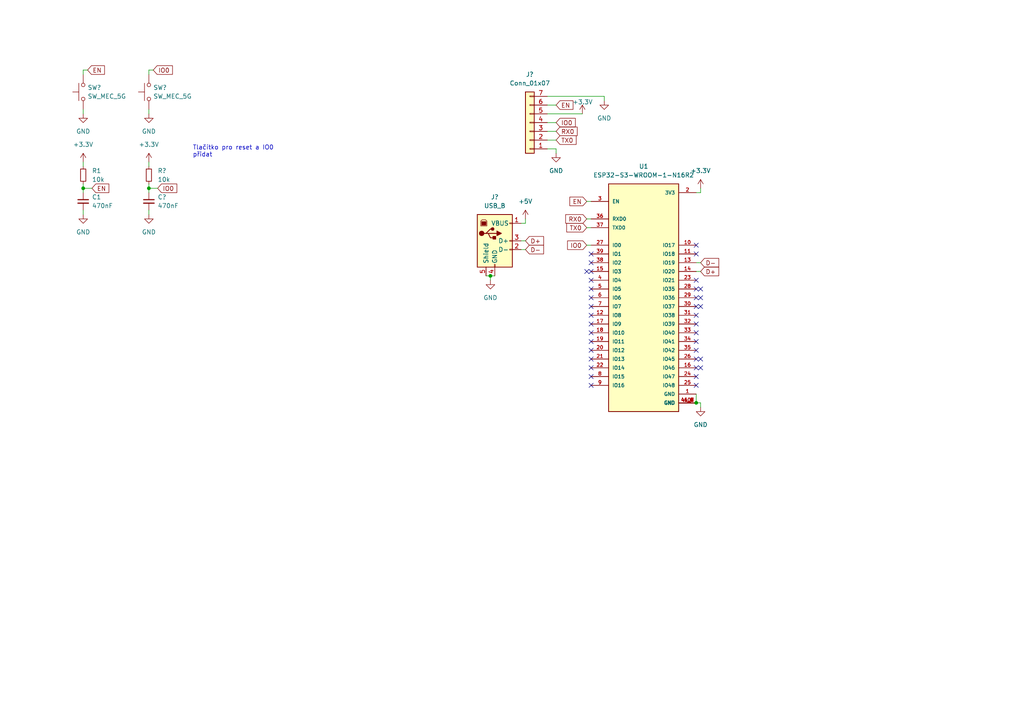
<source format=kicad_sch>
(kicad_sch (version 20211123) (generator eeschema)
  (paper "A4")
  (lib_symbols
    (symbol "Connector:USB_B" (pin_names (offset 1.016))
      (property "Reference" "J" (at -5.08 11.43 0))
      (property "Value" "USB_B" (at -5.08 8.89 0))
      (symbol "USB_B_0_1"
        (rectangle (start -5.08 -7.62) (end 5.08 7.62) (stroke (width 0.254)) (fill (type background)))
        (circle (center -3.81 2.159) (radius 0.635) (stroke (width 0.254)) (fill (type outline)))
        (rectangle (start -3.81 5.588) (end -2.54 4.572) (fill (type outline)))
        (circle (center -0.635 3.429) (radius 0.381) (stroke (width 0.254)) (fill (type outline)))
        (rectangle (start -0.127 -7.62) (end 0.127 -6.858))
        (polyline (pts (xy -1.905 2.159) (xy 0.635 2.159)) (stroke (width 0.254)))
        (polyline (pts (xy -3.175 2.159) (xy -2.54 2.159) (xy -1.27 3.429) (xy -0.635 3.429)) (stroke (width 0.254)))
        (polyline (pts (xy -2.54 2.159) (xy -1.905 2.159) (xy -1.27 0.889) (xy 0 0.889)) (stroke (width 0.254)))
        (polyline (pts (xy 0.635 2.794) (xy 0.635 1.524) (xy 1.905 2.159) (xy 0.635 2.794)) (stroke (width 0.254)) (fill (type outline)))
        (polyline (pts (xy -4.064 4.318) (xy -2.286 4.318) (xy -2.286 5.715) (xy -2.667 6.096) (xy -3.683 6.096) (xy -4.064 5.715) (xy -4.064 4.318)))
        (rectangle (start 0.254 1.27) (end -0.508 0.508) (stroke (width 0.254)) (fill (type outline)))
        (rectangle (start 5.08 -2.667) (end 4.318 -2.413))
        (rectangle (start 5.08 -0.127) (end 4.318 0.127))
        (rectangle (start 5.08 4.953) (end 4.318 5.207))
      )
      (symbol "USB_B_1_1"
        (pin power_out line (at 7.62 5.08 180) (length 2.54) (name "VBUS") (number "1"))
        (pin bidirectional line (at 7.62 -2.54 180) (length 2.54) (name "D-") (number "2"))
        (pin bidirectional line (at 7.62 0 180) (length 2.54) (name "D+") (number "3"))
        (pin power_out line (at 0 -10.16 90) (length 2.54) (name "GND") (number "4"))
        (pin passive line (at -2.54 -10.16 90) (length 2.54) (name "Shield") (number "5"))
      )
    )
    (symbol "Connector_Generic:Conn_01x07" (pin_names (offset 1.016) hide)
      (property "Reference" "J" (at 0 10.16 0))
      (property "Value" "Conn_01x07" (at 0 -10.16 0))
      (symbol "Conn_01x07_1_1"
        (rectangle (start -1.27 -7.493) (end 0 -7.747) (stroke (width 0.1524)))
        (rectangle (start -1.27 -4.953) (end 0 -5.207) (stroke (width 0.1524)))
        (rectangle (start -1.27 -2.413) (end 0 -2.667) (stroke (width 0.1524)))
        (rectangle (start -1.27 0.127) (end 0 -0.127) (stroke (width 0.1524)))
        (rectangle (start -1.27 2.667) (end 0 2.413) (stroke (width 0.1524)))
        (rectangle (start -1.27 5.207) (end 0 4.953) (stroke (width 0.1524)))
        (rectangle (start -1.27 7.747) (end 0 7.493) (stroke (width 0.1524)))
        (rectangle (start -1.27 8.89) (end 1.27 -8.89) (stroke (width 0.254)) (fill (type background)))
        (pin passive line (at -5.08 7.62 0) (length 3.81) (name "Pin_1") (number "1"))
        (pin passive line (at -5.08 5.08 0) (length 3.81) (name "Pin_2") (number "2"))
        (pin passive line (at -5.08 2.54 0) (length 3.81) (name "Pin_3") (number "3"))
        (pin passive line (at -5.08 0 0) (length 3.81) (name "Pin_4") (number "4"))
        (pin passive line (at -5.08 -2.54 0) (length 3.81) (name "Pin_5") (number "5"))
        (pin passive line (at -5.08 -5.08 0) (length 3.81) (name "Pin_6") (number "6"))
        (pin passive line (at -5.08 -7.62 0) (length 3.81) (name "Pin_7") (number "7"))
      )
    )
    (symbol "Device:C_Small" (pin_numbers hide) (pin_names (offset 0.254) hide)
      (property "Reference" "C" (at 0.254 1.778 0))
      (property "Value" "C_Small" (at 0.254 -2.032 0))
      (symbol "C_Small_0_1"
        (polyline (pts (xy -1.524 -0.508) (xy 1.524 -0.508)) (stroke (width 0.3302)))
        (polyline (pts (xy -1.524 0.508) (xy 1.524 0.508)) (stroke (width 0.3048)))
      )
      (symbol "C_Small_1_1"
        (pin passive line (at 0 2.54 270) (length 2.032) (name "~") (number "1"))
        (pin passive line (at 0 -2.54 90) (length 2.032) (name "~") (number "2"))
      )
    )
    (symbol "Device:R_Small" (pin_numbers hide) (pin_names (offset 0.254) hide)
      (property "Reference" "R" (at 0.762 0.508 0))
      (property "Value" "R_Small" (at 0.762 -1.016 0))
      (symbol "R_Small_0_1"
        (rectangle (start -0.762 1.778) (end 0.762 -1.778) (stroke (width 0.2032)))
      )
      (symbol "R_Small_1_1"
        (pin passive line (at 0 2.54 270) (length 0.762) (name "~") (number "1"))
        (pin passive line (at 0 -2.54 90) (length 0.762) (name "~") (number "2"))
      )
    )
    (symbol "ESP32-S3-WROOM-1-N16R2:ESP32-S3-WROOM-1-N16R2" (pin_names (offset 1.016))
      (property "Reference" "U" (at -10.16 34.1122 0))
      (property "Value" "ESP32-S3-WROOM-1-N16R2" (at -10.16 -35.56 0))
      (symbol "ESP32-S3-WROOM-1-N16R2_0_0"
        (rectangle (start -10.16 -33.02) (end 10.16 33.02) (stroke (width 0.254)) (fill (type background)))
        (pin power_in line (at 15.24 -27.94 180) (length 5.08) (name "GND") (number "1"))
        (pin bidirectional line (at 15.24 15.24 180) (length 5.08) (name "IO17") (number "10"))
        (pin bidirectional line (at 15.24 12.7 180) (length 5.08) (name "IO18") (number "11"))
        (pin bidirectional line (at -15.24 -5.08 0) (length 5.08) (name "IO8") (number "12"))
        (pin bidirectional line (at 15.24 10.16 180) (length 5.08) (name "IO19") (number "13"))
        (pin bidirectional line (at 15.24 7.62 180) (length 5.08) (name "IO20") (number "14"))
        (pin bidirectional line (at -15.24 7.62 0) (length 5.08) (name "IO3") (number "15"))
        (pin bidirectional line (at 15.24 -20.32 180) (length 5.08) (name "IO46") (number "16"))
        (pin bidirectional line (at -15.24 -7.62 0) (length 5.08) (name "IO9") (number "17"))
        (pin bidirectional line (at -15.24 -10.16 0) (length 5.08) (name "IO10") (number "18"))
        (pin bidirectional line (at -15.24 -12.7 0) (length 5.08) (name "IO11") (number "19"))
        (pin power_in line (at 15.24 30.48 180) (length 5.08) (name "3V3") (number "2"))
        (pin bidirectional line (at -15.24 -15.24 0) (length 5.08) (name "IO12") (number "20"))
        (pin bidirectional line (at -15.24 -17.78 0) (length 5.08) (name "IO13") (number "21"))
        (pin bidirectional line (at -15.24 -20.32 0) (length 5.08) (name "IO14") (number "22"))
        (pin bidirectional line (at 15.24 5.08 180) (length 5.08) (name "IO21") (number "23"))
        (pin bidirectional line (at 15.24 -22.86 180) (length 5.08) (name "IO47") (number "24"))
        (pin bidirectional line (at 15.24 -25.4 180) (length 5.08) (name "IO48") (number "25"))
        (pin bidirectional line (at 15.24 -17.78 180) (length 5.08) (name "IO45") (number "26"))
        (pin bidirectional line (at -15.24 15.24 0) (length 5.08) (name "IO0") (number "27"))
        (pin bidirectional line (at 15.24 2.54 180) (length 5.08) (name "IO35") (number "28"))
        (pin bidirectional line (at 15.24 0 180) (length 5.08) (name "IO36") (number "29"))
        (pin input line (at -15.24 27.94 0) (length 5.08) (name "EN") (number "3"))
        (pin bidirectional line (at 15.24 -2.54 180) (length 5.08) (name "IO37") (number "30"))
        (pin bidirectional line (at 15.24 -5.08 180) (length 5.08) (name "IO38") (number "31"))
        (pin bidirectional line (at 15.24 -7.62 180) (length 5.08) (name "IO39") (number "32"))
        (pin bidirectional line (at 15.24 -10.16 180) (length 5.08) (name "IO40") (number "33"))
        (pin bidirectional line (at 15.24 -12.7 180) (length 5.08) (name "IO41") (number "34"))
        (pin bidirectional line (at 15.24 -15.24 180) (length 5.08) (name "IO42") (number "35"))
        (pin bidirectional line (at -15.24 22.86 0) (length 5.08) (name "RXD0") (number "36"))
        (pin bidirectional line (at -15.24 20.32 0) (length 5.08) (name "TXD0") (number "37"))
        (pin bidirectional line (at -15.24 10.16 0) (length 5.08) (name "IO2") (number "38"))
        (pin bidirectional line (at -15.24 12.7 0) (length 5.08) (name "IO1") (number "39"))
        (pin bidirectional line (at -15.24 5.08 0) (length 5.08) (name "IO4") (number "4"))
        (pin power_in line (at 15.24 -30.48 180) (length 5.08) (name "GND") (number "40"))
        (pin power_in line (at 15.24 -30.48 180) (length 5.08) (name "GND") (number "41_1"))
        (pin power_in line (at 15.24 -30.48 180) (length 5.08) (name "GND") (number "41_2"))
        (pin power_in line (at 15.24 -30.48 180) (length 5.08) (name "GND") (number "41_3"))
        (pin power_in line (at 15.24 -30.48 180) (length 5.08) (name "GND") (number "41_4"))
        (pin power_in line (at 15.24 -30.48 180) (length 5.08) (name "GND") (number "41_5"))
        (pin power_in line (at 15.24 -30.48 180) (length 5.08) (name "GND") (number "41_6"))
        (pin power_in line (at 15.24 -30.48 180) (length 5.08) (name "GND") (number "41_7"))
        (pin power_in line (at 15.24 -30.48 180) (length 5.08) (name "GND") (number "41_8"))
        (pin power_in line (at 15.24 -30.48 180) (length 5.08) (name "GND") (number "41_9"))
        (pin bidirectional line (at -15.24 2.54 0) (length 5.08) (name "IO5") (number "5"))
        (pin bidirectional line (at -15.24 0 0) (length 5.08) (name "IO6") (number "6"))
        (pin bidirectional line (at -15.24 -2.54 0) (length 5.08) (name "IO7") (number "7"))
        (pin bidirectional line (at -15.24 -22.86 0) (length 5.08) (name "IO15") (number "8"))
        (pin bidirectional line (at -15.24 -25.4 0) (length 5.08) (name "IO16") (number "9"))
      )
    )
    (symbol "Switch:SW_MEC_5G" (pin_numbers hide) (pin_names (offset 1.016) hide)
      (property "Reference" "SW" (at 1.27 2.54 0))
      (property "Value" "SW_MEC_5G" (at 0 -1.524 0))
      (symbol "SW_MEC_5G_0_1"
        (circle (center -2.032 0) (radius 0.508))
        (polyline (pts (xy 0 1.27) (xy 0 3.048)))
        (polyline (pts (xy 2.54 1.27) (xy -2.54 1.27)))
        (circle (center 2.032 0) (radius 0.508))
        (pin passive line (at -5.08 0 0) (length 2.54) (name "A") (number "1"))
        (pin passive line (at 5.08 0 180) (length 2.54) (name "B") (number "3"))
      )
      (symbol "SW_MEC_5G_1_1"
        (pin passive line (at -5.08 0 0) (length 2.54) hide (name "A") (number "2"))
        (pin passive line (at 5.08 0 180) (length 2.54) hide (name "B") (number "4"))
      )
    )
    (symbol "power:+3.3V" (power) (pin_names (offset 0))
      (property "Value" "+3.3V" (at 0 3.556 0))
      (symbol "+3.3V_0_1"
        (polyline (pts (xy -0.762 1.27) (xy 0 2.54)))
        (polyline (pts (xy 0 0) (xy 0 2.54)))
        (polyline (pts (xy 0 2.54) (xy 0.762 1.27)))
      )
      (symbol "+3.3V_1_1"
        (pin power_in line (at 0 0 90) (length 0) hide (name "+3.3V") (number "1"))
      )
    )
    (symbol "power:+5V" (power) (pin_names (offset 0))
      (property "Value" "+5V" (at 0 3.556 0))
      (symbol "+5V_0_1"
        (polyline (pts (xy -0.762 1.27) (xy 0 2.54)))
        (polyline (pts (xy 0 0) (xy 0 2.54)))
        (polyline (pts (xy 0 2.54) (xy 0.762 1.27)))
      )
      (symbol "+5V_1_1"
        (pin power_in line (at 0 0 90) (length 0) hide (name "+5V") (number "1"))
      )
    )
    (symbol "power:GND" (power) (pin_names (offset 0))
      (property "Value" "GND" (at 0 -3.81 0))
      (symbol "GND_0_1"
        (polyline (pts (xy 0 0) (xy 0 -1.27) (xy 1.27 -1.27) (xy 0 -2.54) (xy -1.27 -1.27) (xy 0 -1.27)))
      )
      (symbol "GND_1_1"
        (pin power_in line (at 0 0 270) (length 0) hide (name "GND") (number "1"))
      )
    )
  )
  (junction (at 142.24 80.01))
  (junction (at 43.18 54.61))
  (junction (at 201.93 116.84))
  (junction (at 24.13 54.61))
  (no_connect (at 171.45 99.06))
  (no_connect (at 171.45 106.68))
  (no_connect (at 203.2 86.36))
  (no_connect (at 201.93 73.66))
  (no_connect (at 201.93 101.6))
  (no_connect (at 201.93 93.98))
  (no_connect (at 171.45 104.14))
  (no_connect (at 171.45 96.52))
  (no_connect (at 201.93 111.76))
  (no_connect (at 203.2 106.68))
  (no_connect (at 171.45 101.6))
  (no_connect (at 171.45 111.76))
  (no_connect (at 171.45 83.82))
  (no_connect (at 201.93 106.68))
  (no_connect (at 203.2 83.82))
  (no_connect (at 171.45 76.2))
  (no_connect (at 170.18 78.74))
  (no_connect (at 203.2 88.9))
  (no_connect (at 201.93 86.36))
  (no_connect (at 171.45 93.98))
  (no_connect (at 171.45 86.36))
  (no_connect (at 171.45 81.28))
  (no_connect (at 201.93 71.12))
  (no_connect (at 171.45 109.22))
  (no_connect (at 201.93 91.44))
  (no_connect (at 201.93 96.52))
  (no_connect (at 201.93 99.06))
  (no_connect (at 171.45 73.66))
  (no_connect (at 171.45 88.9))
  (no_connect (at 203.2 104.14))
  (no_connect (at 201.93 83.82))
  (no_connect (at 171.45 78.74))
  (no_connect (at 201.93 109.22))
  (no_connect (at 201.93 88.9))
  (no_connect (at 171.45 91.44))
  (no_connect (at 201.93 104.14))
  (no_connect (at 201.93 81.28))
  (wire (pts (xy 203.2 118.11) (xy 203.2 116.84)))
  (wire (pts (xy 24.13 53.34) (xy 24.13 54.61)))
  (wire (pts (xy 158.75 43.18) (xy 161.29 43.18)))
  (wire (pts (xy 170.18 71.12) (xy 171.45 71.12)))
  (wire (pts (xy 43.18 46.99) (xy 43.18 48.26)))
  (wire (pts (xy 142.24 80.01) (xy 143.51 80.01)))
  (wire (pts (xy 43.18 31.75) (xy 43.18 33.02)))
  (wire (pts (xy 151.13 69.85) (xy 152.4 69.85)))
  (wire (pts (xy 170.18 63.5) (xy 171.45 63.5)))
  (wire (pts (xy 201.93 114.3) (xy 201.93 116.84)))
  (wire (pts (xy 43.18 53.34) (xy 43.18 54.61)))
  (wire (pts (xy 158.75 38.1) (xy 161.29 38.1)))
  (wire (pts (xy 158.75 27.94) (xy 175.26 27.94)))
  (wire (pts (xy 43.18 54.61) (xy 43.18 55.88)))
  (wire (pts (xy 201.93 76.2) (xy 203.2 76.2)))
  (wire (pts (xy 201.93 78.74) (xy 203.2 78.74)))
  (wire (pts (xy 24.13 31.75) (xy 24.13 33.02)))
  (wire (pts (xy 151.13 64.77) (xy 152.4 64.77)))
  (wire (pts (xy 158.75 35.56) (xy 161.29 35.56)))
  (wire (pts (xy 43.18 62.23) (xy 43.18 60.96)))
  (wire (pts (xy 43.18 20.32) (xy 43.18 21.59)))
  (wire (pts (xy 25.4 20.32) (xy 24.13 20.32)))
  (wire (pts (xy 140.97 80.01) (xy 142.24 80.01)))
  (wire (pts (xy 24.13 62.23) (xy 24.13 60.96)))
  (wire (pts (xy 158.75 40.64) (xy 161.29 40.64)))
  (wire (pts (xy 158.75 33.02) (xy 168.91 33.02)))
  (wire (pts (xy 175.26 27.94) (xy 175.26 29.21)))
  (wire (pts (xy 201.93 116.84) (xy 203.2 116.84)))
  (wire (pts (xy 24.13 46.99) (xy 24.13 48.26)))
  (wire (pts (xy 43.18 54.61) (xy 45.72 54.61)))
  (wire (pts (xy 170.18 66.04) (xy 171.45 66.04)))
  (wire (pts (xy 170.18 58.42) (xy 171.45 58.42)))
  (wire (pts (xy 142.24 80.01) (xy 142.24 81.28)))
  (wire (pts (xy 203.2 54.61) (xy 203.2 55.88)))
  (wire (pts (xy 24.13 54.61) (xy 24.13 55.88)))
  (wire (pts (xy 24.13 54.61) (xy 26.67 54.61)))
  (wire (pts (xy 158.75 30.48) (xy 161.29 30.48)))
  (wire (pts (xy 24.13 20.32) (xy 24.13 21.59)))
  (wire (pts (xy 152.4 63.5) (xy 152.4 64.77)))
  (wire (pts (xy 201.93 55.88) (xy 203.2 55.88)))
  (wire (pts (xy 151.13 72.39) (xy 152.4 72.39)))
  (wire (pts (xy 161.29 43.18) (xy 161.29 44.45)))
  (wire (pts (xy 44.45 20.32) (xy 43.18 20.32)))
  (text "Tlačítko pro reset a IO0\npřidat\n" (at 55.88 45.72 0) (effects (font (size 1.27 1.27)) (justify left bottom)))
  (global_label "TX0" (shape input) (at 161.29 40.64 0) (property "Intersheet References" "${INTERSHEET_REFS}" (effects hide)))
  (global_label "D-" (shape input) (at 152.4 72.39 0) (property "Intersheet References" "${INTERSHEET_REFS}" (effects hide)))
  (global_label "IO0" (shape input) (at 170.18 71.12 180) (property "Intersheet References" "${INTERSHEET_REFS}" (effects hide)))
  (global_label "D+" (shape input) (at 203.2 78.74 0) (property "Intersheet References" "${INTERSHEET_REFS}" (effects hide)))
  (global_label "EN" (shape input) (at 26.67 54.61 0) (property "Intersheet References" "${INTERSHEET_REFS}" (effects hide)))
  (global_label "RX0" (shape input) (at 170.18 63.5 180) (property "Intersheet References" "${INTERSHEET_REFS}" (effects hide)))
  (global_label "D+" (shape input) (at 152.4 69.85 0) (property "Intersheet References" "${INTERSHEET_REFS}" (effects hide)))
  (global_label "D-" (shape input) (at 203.2 76.2 0) (property "Intersheet References" "${INTERSHEET_REFS}" (effects hide)))
  (global_label "IO0" (shape input) (at 44.45 20.32 0) (property "Intersheet References" "${INTERSHEET_REFS}" (effects hide)))
  (global_label "EN" (shape input) (at 161.29 30.48 0) (property "Intersheet References" "${INTERSHEET_REFS}" (effects hide)))
  (global_label "RX0" (shape input) (at 161.29 38.1 0) (property "Intersheet References" "${INTERSHEET_REFS}" (effects hide)))
  (global_label "TX0" (shape input) (at 170.18 66.04 180) (property "Intersheet References" "${INTERSHEET_REFS}" (effects hide)))
  (global_label "IO0" (shape input) (at 161.29 35.56 0) (property "Intersheet References" "${INTERSHEET_REFS}" (effects hide)))
  (global_label "EN" (shape input) (at 170.18 58.42 180) (property "Intersheet References" "${INTERSHEET_REFS}" (effects hide)))
  (global_label "EN" (shape input) (at 25.4 20.32 0) (property "Intersheet References" "${INTERSHEET_REFS}" (effects hide)))
  (global_label "IO0" (shape input) (at 45.72 54.61 0) (property "Intersheet References" "${INTERSHEET_REFS}" (effects hide)))
  (symbol (lib_id "Device:R_Small") (at 43.18 50.8 0) (unit 1)
    (property "Reference" "R?" (at 45.72 49.5299 0) (effects (justify left)))
    (property "Value" "10k" (at 45.72 52.0699 0) (effects (justify left)))
    (property "Footprint" "Resistor_SMD:R_0805_2012Metric" (effects hide))
  )
  (symbol (lib_id "Device:C_Small") (at 43.18 58.42 0) (unit 1)
    (property "Reference" "C?" (at 45.72 57.1562 0) (effects (justify left)))
    (property "Value" "470nF" (at 45.72 59.6962 0) (effects (justify left)))
    (property "Footprint" "Capacitor_SMD:C_0805_2012Metric" (effects hide))
  )
  (symbol (lib_id "power:+5V") (at 152.4 63.5 0) (unit 1)
    (property "Reference" "#PWR?" (effects hide))
    (property "Value" "+5V" (at 152.4 58.42 0))
  )
  (symbol (lib_id "Connector_Generic:Conn_01x07") (at 153.67 35.56 180) (unit 1)
    (property "Reference" "J?" (at 153.67 21.59 0))
    (property "Value" "Conn_01x07" (at 153.67 24.13 0))
    (property "Footprint" "Connector_PinHeader_2.54mm:PinHeader_1x07_P2.54mm_Vertical" (effects hide))
  )
  (symbol (lib_id "power:GND") (at 24.13 62.23 0) (unit 1)
    (property "Reference" "#PWR02" (effects hide))
    (property "Value" "GND" (at 24.13 67.31 0))
  )
  (symbol (lib_id "power:+3.3V") (at 43.18 46.99 0) (unit 1)
    (property "Reference" "#PWR?" (effects hide))
    (property "Value" "+3.3V" (at 43.18 41.91 0))
  )
  (symbol (lib_id "Switch:SW_MEC_5G") (at 24.13 26.67 90) (unit 1)
    (property "Reference" "SW?" (at 25.4 25.3999 90) (effects (justify right)))
    (property "Value" "SW_MEC_5G" (at 25.4 27.9399 90) (effects (justify right)))
    (property "Datasheet" "http://www.apem.com/int/index.php?controller=attachment&id_attachment=488" (effects hide))
  )
  (symbol (lib_id "power:+3.3V") (at 24.13 46.99 0) (unit 1)
    (property "Reference" "#PWR01" (effects hide))
    (property "Value" "+3.3V" (at 24.13 41.91 0))
  )
  (symbol (lib_id "Switch:SW_MEC_5G") (at 43.18 26.67 90) (unit 1)
    (property "Reference" "SW?" (at 44.45 25.3999 90) (effects (justify right)))
    (property "Value" "SW_MEC_5G" (at 44.45 27.9399 90) (effects (justify right)))
    (property "Datasheet" "http://www.apem.com/int/index.php?controller=attachment&id_attachment=488" (effects hide))
  )
  (symbol (lib_id "power:GND") (at 203.2 118.11 0) (unit 1)
    (property "Reference" "#PWR06" (effects hide))
    (property "Value" "GND" (at 203.2 123.19 0))
  )
  (symbol (lib_id "power:GND") (at 142.24 81.28 0) (unit 1)
    (property "Reference" "#PWR?" (effects hide))
    (property "Value" "GND" (at 142.24 86.36 0))
  )
  (symbol (lib_id "ESP32-S3-WROOM-1-N16R2:ESP32-S3-WROOM-1-N16R2") (at 186.69 86.36 0) (unit 1)
    (property "Reference" "U1" (at 186.69 48.26 0))
    (property "Value" "ESP32-S3-WROOM-1-N16R2" (at 186.69 50.8 0))
    (property "Footprint" "esp32S3:XCVR_ESP32-S3-WROOM-1-N16R2" (effects hide))
    (property "PARTREV" "v1.0" (effects hide))
    (property "MAXIMUM_PACKAGE_HEIGHT" "3.25mm" (effects hide))
    (property "STANDARD" "Manufacturer Recommendations" (effects hide))
    (property "MANUFACTURER" "Espressif" (effects hide))
  )
  (symbol (lib_id "Connector:USB_B") (at 143.51 69.85 0) (unit 1)
    (property "Reference" "J?" (at 143.51 57.15 0))
    (property "Value" "USB_B" (at 143.51 59.69 0))
    (property "Datasheet" " ~" (effects hide))
  )
  (symbol (lib_id "power:GND") (at 24.13 33.02 0) (unit 1)
    (property "Reference" "#PWR?" (effects hide))
    (property "Value" "GND" (at 24.13 38.1 0))
  )
  (symbol (lib_id "power:GND") (at 43.18 33.02 0) (unit 1)
    (property "Reference" "#PWR?" (effects hide))
    (property "Value" "GND" (at 43.18 38.1 0))
  )
  (symbol (lib_id "power:+3.3V") (at 203.2 54.61 0) (unit 1)
    (property "Reference" "#PWR05" (effects hide))
    (property "Value" "+3.3V" (at 203.2 49.53 0))
  )
  (symbol (lib_id "power:+3.3V") (at 168.91 33.02 0) (unit 1)
    (property "Reference" "#PWR03" (effects hide))
    (property "Value" "+3.3V" (at 168.9803 29.5865 0))
  )
  (symbol (lib_id "power:GND") (at 161.29 44.45 0) (unit 1)
    (property "Reference" "#PWR04" (effects hide))
    (property "Value" "GND" (at 161.29 49.53 0))
  )
  (symbol (lib_id "Device:C_Small") (at 24.13 58.42 0) (unit 1)
    (property "Reference" "C1" (at 26.67 57.1562 0) (effects (justify left)))
    (property "Value" "470nF" (at 26.67 59.6962 0) (effects (justify left)))
    (property "Footprint" "Capacitor_SMD:C_0805_2012Metric" (effects hide))
  )
  (symbol (lib_id "power:GND") (at 175.26 29.21 0) (unit 1)
    (property "Reference" "#PWR?" (effects hide))
    (property "Value" "GND" (at 175.26 34.29 0))
  )
  (symbol (lib_id "Device:R_Small") (at 24.13 50.8 0) (unit 1)
    (property "Reference" "R1" (at 26.67 49.5299 0) (effects (justify left)))
    (property "Value" "10k" (at 26.67 52.0699 0) (effects (justify left)))
    (property "Footprint" "Resistor_SMD:R_0805_2012Metric" (effects hide))
  )
  (symbol (lib_id "power:GND") (at 43.18 62.23 0) (unit 1)
    (property "Reference" "#PWR?" (effects hide))
    (property "Value" "GND" (at 43.18 67.31 0))
  )
)
</source>
